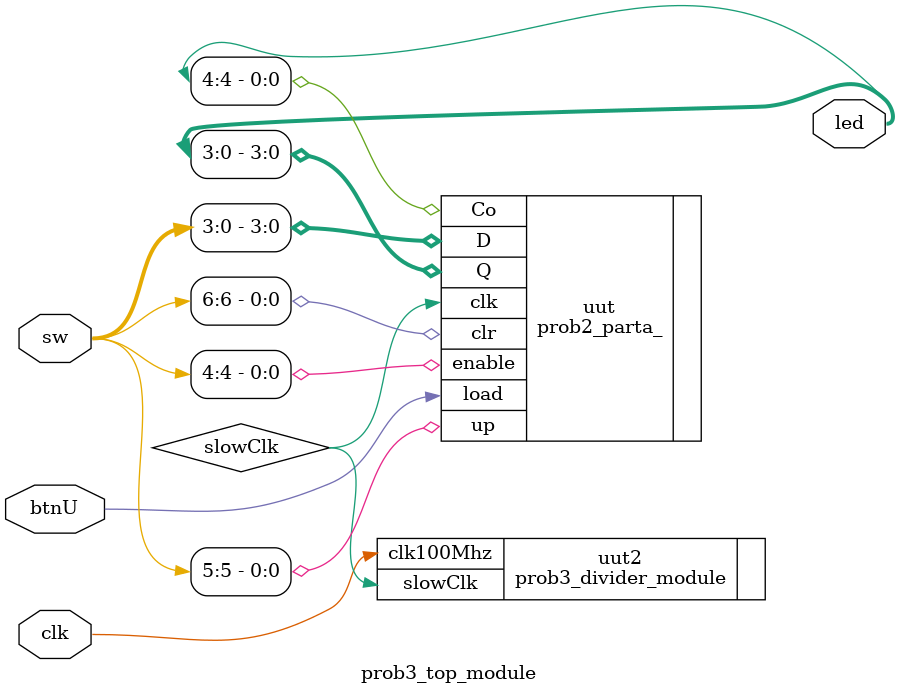
<source format=v>
`timescale 1ns / 1ps


module prob3_top_module(led, btnU, clk, sw);

    output[4:0] led;
    input [6:0] sw;
    input btnU;
    input clk; 
    
    wire slowClk;
    
    prob2_parta_ uut(
        .load(btnU),
        .D(sw[3:0]),
        .enable(sw[4]),
        .up(sw[5]),
        .clk(slowClk),
        .Q(led[3:0]),
        .Co(led[4]),     
        .clr(sw[6])  
    );
    
    prob3_divider_module uut2(
        .clk100Mhz(clk),
        .slowClk(slowClk)
    );
    
endmodule

</source>
